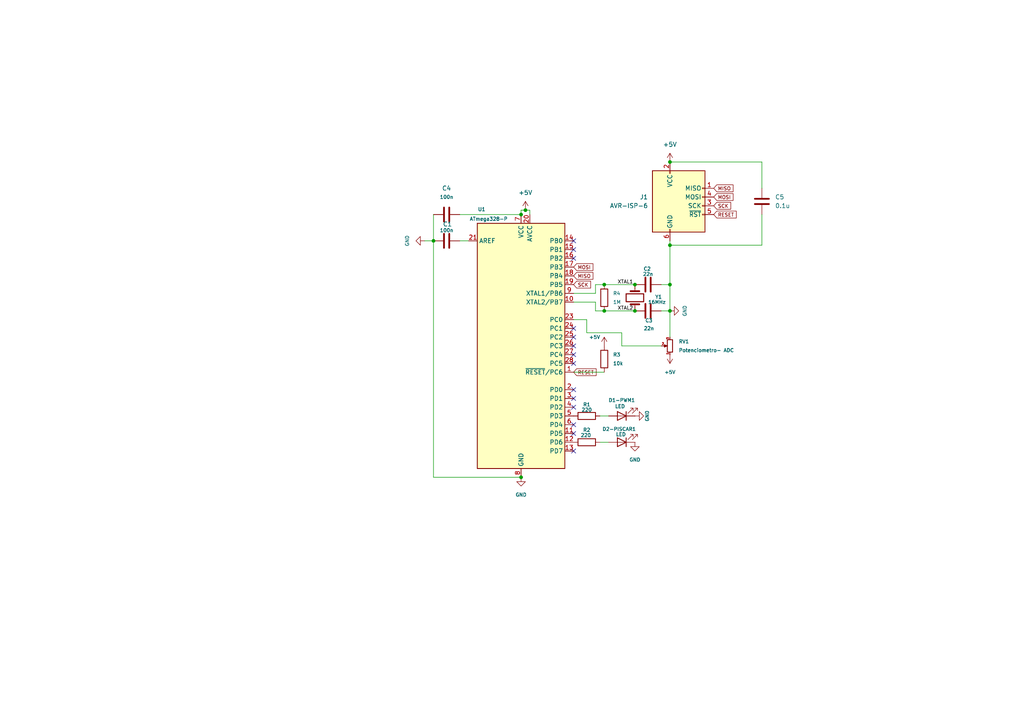
<source format=kicad_sch>
(kicad_sch (version 20250114) (generator "eeschema") (generator_version "9.0")
  (paper "A4")
  (lib_symbols
    (symbol "Connector:AVR-ISP-6" (pin_names (offset 1.016))
      (property "Reference" "J" (at -6.35 11.43 0))
      (property "Value" "AVR-ISP-6" (at 0 11.43 0))
      (symbol "AVR-ISP-6_0_1"
        (rectangle (start -2.667 10.16) (end -2.413 9.398))
        (rectangle (start -2.667 -6.858) (end -2.413 -7.62))
        (rectangle (start 7.62 10.16) (end -7.62 -7.62) (stroke (width 0.254)) (fill (type background)))
        (rectangle (start 7.62 5.207) (end 6.858 4.953))
        (rectangle (start 7.62 2.667) (end 6.858 2.413))
        (rectangle (start 7.62 0.127) (end 6.858 -0.127))
        (rectangle (start 7.62 -2.413) (end 6.858 -2.667))
      )
      (symbol "AVR-ISP-6_1_1"
        (pin passive line (at -2.54 12.7 270) (length 2.54) (name "VCC") (number "2"))
        (pin passive line (at -2.54 -10.16 90) (length 2.54) (name "GND") (number "6"))
        (pin passive line (at 10.16 5.08 180) (length 2.54) (name "MISO") (number "1"))
        (pin passive line (at 10.16 2.54 180) (length 2.54) (name "MOSI") (number "4"))
        (pin passive line (at 10.16 0 180) (length 2.54) (name "SCK") (number "3"))
        (pin passive line (at 10.16 -2.54 180) (length 2.54) (name "~{RST}") (number "5"))
      )
    )
    (symbol "Device:C" (pin_numbers (hide yes)) (pin_names (offset 0.254))
      (property "Reference" "C" (at 0.635 2.54 0))
      (property "Value" "C" (at 0.635 -2.54 0))
      (symbol "C_0_1"
        (polyline (pts (xy -2.032 0.762) (xy 2.032 0.762)) (stroke (width 0.508)))
        (polyline (pts (xy -2.032 -0.762) (xy 2.032 -0.762)) (stroke (width 0.508)))
      )
      (symbol "C_1_1"
        (pin passive line (at 0 3.81 270) (length 2.794) (name "~") (number "1"))
        (pin passive line (at 0 -3.81 90) (length 2.794) (name "~") (number "2"))
      )
    )
    (symbol "Device:Crystal" (pin_numbers (hide yes)) (pin_names (offset 1.016) (hide yes))
      (property "Reference" "Y" (at 0 3.81 0))
      (property "Value" "Crystal" (at 0 -3.81 0))
      (symbol "Crystal_0_1"
        (polyline (pts (xy -2.54 0) (xy -1.905 0)))
        (polyline (pts (xy -1.905 -1.27) (xy -1.905 1.27)) (stroke (width 0.508)))
        (rectangle (start -1.143 2.54) (end 1.143 -2.54) (stroke (width 0.3048)))
        (polyline (pts (xy 1.905 -1.27) (xy 1.905 1.27)) (stroke (width 0.508)))
        (polyline (pts (xy 2.54 0) (xy 1.905 0)))
      )
      (symbol "Crystal_1_1"
        (pin passive line (at -3.81 0 0) (length 1.27) (name "1") (number "1"))
        (pin passive line (at 3.81 0 180) (length 1.27) (name "2") (number "2"))
      )
    )
    (symbol "Device:LED" (pin_numbers (hide yes)) (pin_names (offset 1.016) (hide yes))
      (property "Reference" "D" (at 0 2.54 0))
      (property "Value" "LED" (at 0 -2.54 0))
      (symbol "LED_0_1"
        (polyline (pts (xy -3.048 -0.762) (xy -4.572 -2.286) (xy -3.81 -2.286) (xy -4.572 -2.286) (xy -4.572 -1.524)))
        (polyline (pts (xy -1.778 -0.762) (xy -3.302 -2.286) (xy -2.54 -2.286) (xy -3.302 -2.286) (xy -3.302 -1.524)))
        (polyline (pts (xy -1.27 0) (xy 1.27 0)))
        (polyline (pts (xy -1.27 -1.27) (xy -1.27 1.27)) (stroke (width 0.254)))
        (polyline (pts (xy 1.27 -1.27) (xy 1.27 1.27) (xy -1.27 0) (xy 1.27 -1.27)) (stroke (width 0.254)))
      )
      (symbol "LED_1_1"
        (pin passive line (at -3.81 0 0) (length 2.54) (name "K") (number "1"))
        (pin passive line (at 3.81 0 180) (length 2.54) (name "A") (number "2"))
      )
    )
    (symbol "Device:R" (pin_numbers (hide yes)) (pin_names (offset 0))
      (property "Reference" "R" (at 2.032 0 90))
      (property "Value" "R" (at 0 0 90))
      (symbol "R_0_1"
        (rectangle (start -1.016 -2.54) (end 1.016 2.54) (stroke (width 0.254)))
      )
      (symbol "R_1_1"
        (pin passive line (at 0 3.81 270) (length 1.27) (name "~") (number "1"))
        (pin passive line (at 0 -3.81 90) (length 1.27) (name "~") (number "2"))
      )
    )
    (symbol "Device:R_Potentiometer_Small" (pin_names (offset 1.016) (hide yes))
      (property "Reference" "RV" (at -4.445 0 90))
      (property "Value" "R_Potentiometer_Small" (at -2.54 0 90))
      (symbol "R_Potentiometer_Small_0_1"
        (rectangle (start 0.762 1.8034) (end -0.762 -1.8034) (stroke (width 0.254)))
        (polyline (pts (xy 0.889 0) (xy 0.635 0) (xy 1.651 0.381) (xy 1.651 -0.381) (xy 0.635 0) (xy 0.889 0)) (fill (type outline)))
      )
      (symbol "R_Potentiometer_Small_1_1"
        (pin passive line (at 0 2.54 270) (length 0.635) (name "1") (number "1"))
        (pin passive line (at 0 -2.54 90) (length 0.635) (name "3") (number "3"))
        (pin passive line (at 2.54 0 180) (length 0.9906) (name "2") (number "2"))
      )
    )
    (symbol "MCU_Microchip_ATmega:ATmega328-P"
      (property "Reference" "U" (at -12.7 36.83 0))
      (property "Value" "ATmega328-P" (at 2.54 -36.83 0))
      (symbol "ATmega328-P_0_1"
        (rectangle (start -12.7 -35.56) (end 12.7 35.56) (stroke (width 0.254)) (fill (type background)))
      )
      (symbol "ATmega328-P_1_1"
        (pin passive line (at -15.24 30.48 0) (length 2.54) (name "AREF") (number "21"))
        (pin power_in line (at 0 38.1 270) (length 2.54) (name "VCC") (number "7"))
        (pin passive line (at 0 -38.1 90) (length 2.54) (hide yes) (name "GND") (number "22"))
        (pin power_in line (at 0 -38.1 90) (length 2.54) (name "GND") (number "8"))
        (pin power_in line (at 2.54 38.1 270) (length 2.54) (name "AVCC") (number "20"))
        (pin bidirectional line (at 15.24 30.48 180) (length 2.54) (name "PB0") (number "14"))
        (pin bidirectional line (at 15.24 27.94 180) (length 2.54) (name "PB1") (number "15"))
        (pin bidirectional line (at 15.24 25.4 180) (length 2.54) (name "PB2") (number "16"))
        (pin bidirectional line (at 15.24 22.86 180) (length 2.54) (name "PB3") (number "17"))
        (pin bidirectional line (at 15.24 20.32 180) (length 2.54) (name "PB4") (number "18"))
        (pin bidirectional line (at 15.24 17.78 180) (length 2.54) (name "PB5") (number "19"))
        (pin bidirectional line (at 15.24 15.24 180) (length 2.54) (name "XTAL1/PB6") (number "9"))
        (pin bidirectional line (at 15.24 12.7 180) (length 2.54) (name "XTAL2/PB7") (number "10"))
        (pin bidirectional line (at 15.24 7.62 180) (length 2.54) (name "PC0") (number "23"))
        (pin bidirectional line (at 15.24 5.08 180) (length 2.54) (name "PC1") (number "24"))
        (pin bidirectional line (at 15.24 2.54 180) (length 2.54) (name "PC2") (number "25"))
        (pin bidirectional line (at 15.24 0 180) (length 2.54) (name "PC3") (number "26"))
        (pin bidirectional line (at 15.24 -2.54 180) (length 2.54) (name "PC4") (number "27"))
        (pin bidirectional line (at 15.24 -5.08 180) (length 2.54) (name "PC5") (number "28"))
        (pin bidirectional line (at 15.24 -7.62 180) (length 2.54) (name "~{RESET}/PC6") (number "1"))
        (pin bidirectional line (at 15.24 -12.7 180) (length 2.54) (name "PD0") (number "2"))
        (pin bidirectional line (at 15.24 -15.24 180) (length 2.54) (name "PD1") (number "3"))
        (pin bidirectional line (at 15.24 -17.78 180) (length 2.54) (name "PD2") (number "4"))
        (pin bidirectional line (at 15.24 -20.32 180) (length 2.54) (name "PD3") (number "5"))
        (pin bidirectional line (at 15.24 -22.86 180) (length 2.54) (name "PD4") (number "6"))
        (pin bidirectional line (at 15.24 -25.4 180) (length 2.54) (name "PD5") (number "11"))
        (pin bidirectional line (at 15.24 -27.94 180) (length 2.54) (name "PD6") (number "12"))
        (pin bidirectional line (at 15.24 -30.48 180) (length 2.54) (name "PD7") (number "13"))
      )
    )
    (symbol "power:+5V" (power) (pin_numbers (hide yes)) (pin_names (offset 0) (hide yes))
      (property "Value" "+5V" (at 0 3.556 0))
      (symbol "+5V_0_1"
        (polyline (pts (xy -0.762 1.27) (xy 0 2.54)))
        (polyline (pts (xy 0 2.54) (xy 0.762 1.27)))
        (polyline (pts (xy 0 0) (xy 0 2.54)))
      )
      (symbol "+5V_1_1"
        (pin power_in line (at 0 0 90) (length 0) (name "~") (number "1"))
      )
    )
    (symbol "power:GND" (power) (pin_numbers (hide yes)) (pin_names (offset 0) (hide yes))
      (property "Value" "GND" (at 0 -3.81 0))
      (symbol "GND_0_1"
        (polyline (pts (xy 0 0) (xy 0 -1.27) (xy 1.27 -1.27) (xy 0 -2.54) (xy -1.27 -1.27) (xy 0 -1.27)))
      )
      (symbol "GND_1_1"
        (pin power_in line (at 0 0 270) (length 0) (name "~") (number "1"))
      )
    )
  )
  (junction (at 194.31 82.55))
  (junction (at 175.26 90.17))
  (junction (at 184.15 90.17))
  (junction (at 194.31 46.99))
  (junction (at 151.13 62.23))
  (junction (at 184.15 82.55))
  (junction (at 194.31 90.17))
  (junction (at 175.26 82.55))
  (junction (at 152.4 60.96))
  (junction (at 151.13 138.43))
  (junction (at 194.31 71.12))
  (junction (at 125.73 69.85))
  (no_connect (at 166.37 95.25))
  (no_connect (at 166.37 72.39))
  (no_connect (at 166.37 123.19))
  (no_connect (at 166.37 105.41))
  (no_connect (at 166.37 102.87))
  (no_connect (at 166.37 125.73))
  (no_connect (at 166.37 113.03))
  (no_connect (at 166.37 115.57))
  (no_connect (at 166.37 97.79))
  (no_connect (at 166.37 118.11))
  (no_connect (at 166.37 130.81))
  (no_connect (at 166.37 100.33))
  (no_connect (at 166.37 74.93))
  (no_connect (at 166.37 69.85))
  (wire (pts (xy 152.4 60.96) (xy 153.67 60.96)))
  (wire (pts (xy 180.34 100.33) (xy 191.77 100.33)))
  (wire (pts (xy 172.72 82.55) (xy 175.26 82.55)))
  (wire (pts (xy 194.31 69.85) (xy 194.31 71.12)))
  (wire (pts (xy 166.37 92.71) (xy 170.18 92.71)))
  (wire (pts (xy 180.34 96.52) (xy 180.34 100.33)))
  (wire (pts (xy 175.26 82.55) (xy 184.15 82.55)))
  (wire (pts (xy 166.37 107.95) (xy 175.26 107.95)))
  (wire (pts (xy 220.98 62.23) (xy 220.98 71.12)))
  (wire (pts (xy 191.77 90.17) (xy 194.31 90.17)))
  (wire (pts (xy 191.77 82.55) (xy 194.31 82.55)))
  (wire (pts (xy 151.13 60.96) (xy 152.4 60.96)))
  (wire (pts (xy 194.31 71.12) (xy 194.31 82.55)))
  (wire (pts (xy 133.35 69.85) (xy 135.89 69.85)))
  (wire (pts (xy 220.98 46.99) (xy 220.98 54.61)))
  (wire (pts (xy 133.35 62.23) (xy 151.13 62.23)))
  (wire (pts (xy 194.31 46.99) (xy 220.98 46.99)))
  (wire (pts (xy 194.31 90.17) (xy 194.31 97.79)))
  (wire (pts (xy 175.26 90.17) (xy 184.15 90.17)))
  (wire (pts (xy 173.99 128.27) (xy 176.53 128.27)))
  (wire (pts (xy 173.99 120.65) (xy 176.53 120.65)))
  (wire (pts (xy 220.98 71.12) (xy 194.31 71.12)))
  (wire (pts (xy 153.67 60.96) (xy 153.67 62.23)))
  (wire (pts (xy 170.18 96.52) (xy 180.34 96.52)))
  (wire (pts (xy 125.73 138.43) (xy 151.13 138.43)))
  (wire (pts (xy 125.73 69.85) (xy 125.73 138.43)))
  (wire (pts (xy 151.13 60.96) (xy 151.13 62.23)))
  (wire (pts (xy 172.72 87.63) (xy 166.37 87.63)))
  (wire (pts (xy 194.31 82.55) (xy 194.31 90.17)))
  (wire (pts (xy 125.73 69.85) (xy 123.19 69.85)))
  (wire (pts (xy 125.73 62.23) (xy 125.73 69.85)))
  (wire (pts (xy 172.72 85.09) (xy 166.37 85.09)))
  (wire (pts (xy 172.72 90.17) (xy 175.26 90.17)))
  (wire (pts (xy 172.72 90.17) (xy 172.72 87.63)))
  (wire (pts (xy 170.18 92.71) (xy 170.18 96.52)))
  (wire (pts (xy 172.72 82.55) (xy 172.72 85.09)))
  (label "XTAL2" (at 179.07 90.17 0) (effects (font (size 1.016 1.016))))
  (label "XTAL1" (at 179.07 82.55 0) (effects (font (size 1.016 1.016))))
  (global_label "MISO" (shape input) (at 166.37 80.01 0) (effects (font (size 1.016 1.016))) (property "Intersheetrefs" "${INTERSHEET_REFS}" (effects (hide yes))))
  (global_label "MISO" (shape input) (at 207.01 54.61 0) (effects (font (size 1.016 1.016))) (property "Intersheetrefs" "${INTERSHEET_REFS}" (effects (hide yes))))
  (global_label "RESET" (shape input) (at 207.01 62.23 0) (effects (font (size 1.016 1.016))) (property "Intersheetrefs" "${INTERSHEET_REFS}" (effects (hide yes))))
  (global_label "RESET" (shape input) (at 166.37 107.95 0) (effects (font (size 1.016 1.016))) (property "Intersheetrefs" "${INTERSHEET_REFS}" (effects (hide yes))))
  (global_label "SCK" (shape input) (at 207.01 59.69 0) (effects (font (size 1.016 1.016))) (property "Intersheetrefs" "${INTERSHEET_REFS}" (effects (hide yes))))
  (global_label "SCK" (shape input) (at 166.37 82.55 0) (effects (font (size 1.016 1.016))) (property "Intersheetrefs" "${INTERSHEET_REFS}" (effects (hide yes))))
  (global_label "MOSI" (shape input) (at 166.37 77.47 0) (effects (font (size 1.016 1.016))) (property "Intersheetrefs" "${INTERSHEET_REFS}" (effects (hide yes))))
  (global_label "MOSI" (shape input) (at 207.01 57.15 0) (effects (font (size 1.016 1.016))) (property "Intersheetrefs" "${INTERSHEET_REFS}" (effects (hide yes))))
  (symbol (lib_id "power:GND") (at 123.19 69.85 270) (unit 1)
    (property "Reference" "#PWR03" (effects (hide yes)))
    (property "Value" "GND" (at 118.11 69.85 0) (effects (font (size 1.016 1.016))))
    (property "Description" "Power symbol creates a global label with name \"GND\" , ground" (effects (hide yes)))
  )
  (symbol (lib_id "Device:LED") (at 180.34 128.27 180) (unit 1)
    (property "Reference" "D2-PISCAR1" (at 179.578 124.46 0) (effects (font (size 1.016 1.016))))
    (property "Value" "LED" (at 180.086 125.984 0) (effects (font (size 1.016 1.016))))
    (property "Description" "Light emitting diode" (effects (hide yes)))
    (property "Sim.Pins" "1=K 2=A" (effects (hide yes)))
  )
  (symbol (lib_id "Device:C") (at 129.54 62.23 90) (unit 1)
    (property "Reference" "C4" (at 129.54 54.61 90))
    (property "Value" "100n" (at 129.54 57.15 90) (effects (font (size 1.016 1.016))))
    (property "Description" "Unpolarized capacitor" (effects (hide yes)))
  )
  (symbol (lib_id "Device:LED") (at 180.34 120.65 180) (unit 1)
    (property "Reference" "D1-PWM1" (at 180.34 116.078 0) (effects (font (size 1.016 1.016))))
    (property "Value" "LED" (at 179.832 117.856 0) (effects (font (size 1.016 1.016))))
    (property "Description" "Light emitting diode" (effects (hide yes)))
    (property "Sim.Pins" "1=K 2=A" (effects (hide yes)))
  )
  (symbol (lib_id "Connector:AVR-ISP-6") (at 196.85 59.69 0) (unit 1)
    (property "Reference" "J1" (at 187.96 57.1499 0) (effects (justify right)))
    (property "Value" "AVR-ISP-6" (at 187.96 59.6899 0) (effects (justify right)))
    (property "Description" "Atmel 6-pin ISP connector" (effects (hide yes)))
  )
  (symbol (lib_id "power:+5V") (at 175.26 100.33 0) (unit 1)
    (property "Reference" "#PWR07" (effects (hide yes)))
    (property "Value" "+5V" (at 172.466 97.79 0) (effects (font (size 1.016 1.016))))
    (property "Description" "Power symbol creates a global label with name \"+5V\"" (effects (hide yes)))
  )
  (symbol (lib_id "Device:R") (at 175.26 104.14 0) (unit 1)
    (property "Reference" "R3" (at 177.8 102.8699 0) (effects (font (size 1.016 1.016)) (justify left)))
    (property "Value" "10k" (at 177.8 105.4099 0) (effects (font (size 1.016 1.016)) (justify left)))
    (property "Description" "Resistor" (effects (hide yes)))
  )
  (symbol (lib_id "Device:R") (at 170.18 120.65 90) (unit 1)
    (property "Reference" "R1" (at 170.18 117.348 90) (effects (font (size 1.016 1.016))))
    (property "Value" "220" (at 170.18 118.872 90) (effects (font (size 1.016 1.016))))
    (property "Description" "Resistor" (effects (hide yes)))
  )
  (symbol (lib_id "Device:R") (at 175.26 86.36 0) (unit 1)
    (property "Reference" "R4" (at 177.8 85.0899 0) (effects (font (size 1.016 1.016)) (justify left)))
    (property "Value" "1M" (at 177.8 87.6299 0) (effects (font (size 1.016 1.016)) (justify left)))
    (property "Description" "Resistor" (effects (hide yes)))
  )
  (symbol (lib_id "Device:R_Potentiometer_Small") (at 194.31 100.33 180) (unit 1)
    (property "Reference" "RV1" (at 196.85 99.0599 0) (effects (font (size 1.016 1.016)) (justify right)))
    (property "Value" "Potenciometro- ADC" (at 196.85 101.5999 0) (effects (font (size 1.016 1.016)) (justify right)))
    (property "Description" "Potentiometer" (effects (hide yes)))
  )
  (symbol (lib_id "Device:C") (at 220.98 58.42 0) (unit 1)
    (property "Reference" "C5" (at 224.79 57.1499 0) (effects (justify left)))
    (property "Value" "0.1u" (at 224.79 59.6899 0) (effects (justify left)))
    (property "Description" "Unpolarized capacitor" (effects (hide yes)))
  )
  (symbol (lib_id "Device:C") (at 129.54 69.85 270) (unit 1)
    (property "Reference" "C1" (at 129.794 65.024 90))
    (property "Value" "100n" (at 129.54 66.802 90) (effects (font (size 1.016 1.016))))
    (property "Description" "Unpolarized capacitor" (effects (hide yes)))
  )
  (symbol (lib_id "MCU_Microchip_ATmega:ATmega328-P") (at 151.13 100.33 0) (unit 1)
    (property "Reference" "U1" (at 139.7 60.706 0) (effects (font (size 1.016 1.016))))
    (property "Value" "ATmega328-P" (at 141.732 63.5 0) (effects (font (size 1.016 1.016))))
    (property "Footprint" "Package_DIP:DIP-28_W7.62mm" (effects (hide yes)))
    (property "Datasheet" "http://ww1.microchip.com/downloads/en/DeviceDoc/ATmega328_P%20AVR%20MCU%20with%20picoPower%20Technology%20Data%20Sheet%2040001984A.pdf" (effects (hide yes)))
    (property "Description" "20MHz, 32kB Flash, 2kB SRAM, 1kB EEPROM, DIP-28" (effects (hide yes)))
  )
  (symbol (lib_id "Device:R") (at 170.18 128.27 90) (unit 1)
    (property "Reference" "R2" (at 170.18 124.714 90) (effects (font (size 1.016 1.016))))
    (property "Value" "220" (at 169.926 126.238 90) (effects (font (size 1.016 1.016))))
    (property "Description" "Resistor" (effects (hide yes)))
  )
  (symbol (lib_id "power:GND") (at 184.15 120.65 90) (unit 1)
    (property "Reference" "#PWR04" (effects (hide yes)))
    (property "Value" "GND" (at 187.706 120.65 0) (effects (font (size 1.016 1.016))))
    (property "Description" "Power symbol creates a global label with name \"GND\" , ground" (effects (hide yes)))
  )
  (symbol (lib_id "Device:Crystal") (at 184.15 86.36 90) (unit 1)
    (property "Reference" "Y1" (at 189.992 86.106 90) (effects (font (size 1.016 1.016)) (justify right)))
    (property "Value" "16MHz" (at 187.96 87.6299 90) (effects (font (size 1.016 1.016)) (justify right)))
    (property "Description" "Two pin crystal" (effects (hide yes)))
  )
  (symbol (lib_id "power:+5V") (at 194.31 102.87 180) (unit 1)
    (property "Reference" "#PWR09" (effects (hide yes)))
    (property "Value" "+5V" (at 194.31 107.95 0) (effects (font (size 1.016 1.016))))
    (property "Description" "Power symbol creates a global label with name \"+5V\"" (effects (hide yes)))
  )
  (symbol (lib_id "power:GND") (at 184.15 128.27 0) (unit 1)
    (property "Reference" "#PWR05" (effects (hide yes)))
    (property "Value" "GND" (at 184.15 133.35 0) (effects (font (size 1.016 1.016))))
    (property "Description" "Power symbol creates a global label with name \"GND\" , ground" (effects (hide yes)))
  )
  (symbol (lib_id "Device:C") (at 187.96 90.17 270) (unit 1)
    (property "Reference" "C3" (at 188.214 92.964 90) (effects (font (size 1.016 1.016))))
    (property "Value" "22n" (at 188.214 95.25 90) (effects (font (size 1.016 1.016))))
    (property "Description" "Unpolarized capacitor" (effects (hide yes)))
  )
  (symbol (lib_id "power:GND") (at 194.31 90.17 90) (unit 1)
    (property "Reference" "#PWR06" (effects (hide yes)))
    (property "Value" "GND" (at 198.628 90.17 0) (effects (font (size 1.016 1.016))))
    (property "Description" "Power symbol creates a global label with name \"GND\" , ground" (effects (hide yes)))
  )
  (symbol (lib_id "Device:C") (at 187.96 82.55 90) (unit 1)
    (property "Reference" "C2" (at 187.706 77.978 90) (effects (font (size 1.016 1.016))))
    (property "Value" "22n" (at 187.96 79.502 90) (effects (font (size 1.016 1.016))))
    (property "Description" "Unpolarized capacitor" (effects (hide yes)))
  )
  (symbol (lib_id "power:+5V") (at 194.31 46.99 0) (unit 1)
    (property "Reference" "#PWR08" (effects (hide yes)))
    (property "Value" "+5V" (at 194.31 41.91 0))
    (property "Description" "Power symbol creates a global label with name \"+5V\"" (effects (hide yes)))
  )
  (symbol (lib_id "power:+5V") (at 152.4 60.96 0) (unit 1)
    (property "Reference" "#PWR02" (effects (hide yes)))
    (property "Value" "+5V" (at 152.4 55.88 0))
    (property "Description" "Power symbol creates a global label with name \"+5V\"" (effects (hide yes)))
  )
  (symbol (lib_id "power:GND") (at 151.13 138.43 0) (unit 1)
    (property "Reference" "#PWR01" (effects (hide yes)))
    (property "Value" "GND" (at 151.13 143.51 0) (effects (font (size 1.016 1.016))))
    (property "Description" "Power symbol creates a global label with name \"GND\" , ground" (effects (hide yes)))
  )
)
</source>
